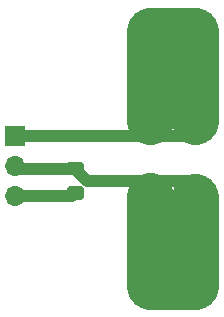
<source format=gbr>
G04 #@! TF.GenerationSoftware,KiCad,Pcbnew,(5.0.1)-rc2*
G04 #@! TF.CreationDate,2018-10-17T12:12:27+02:00*
G04 #@! TF.ProjectId,SensorV1,53656E736F7256312E6B696361645F70,rev?*
G04 #@! TF.SameCoordinates,Original*
G04 #@! TF.FileFunction,Copper,L1,Top,Signal*
G04 #@! TF.FilePolarity,Positive*
%FSLAX46Y46*%
G04 Gerber Fmt 4.6, Leading zero omitted, Abs format (unit mm)*
G04 Created by KiCad (PCBNEW (5.0.1)-rc2) date 2018-10-17 12:12:27*
%MOMM*%
%LPD*%
G01*
G04 APERTURE LIST*
G04 #@! TA.AperFunction,Conductor*
%ADD10C,0.100000*%
G04 #@! TD*
G04 #@! TA.AperFunction,SMDPad,CuDef*
%ADD11C,1.150000*%
G04 #@! TD*
G04 #@! TA.AperFunction,ComponentPad*
%ADD12R,1.700000X1.700000*%
G04 #@! TD*
G04 #@! TA.AperFunction,ComponentPad*
%ADD13O,1.700000X1.700000*%
G04 #@! TD*
G04 #@! TA.AperFunction,ViaPad*
%ADD14C,2.000000*%
G04 #@! TD*
G04 #@! TA.AperFunction,Conductor*
%ADD15C,4.000000*%
G04 #@! TD*
G04 #@! TA.AperFunction,Conductor*
%ADD16C,1.000000*%
G04 #@! TD*
G04 #@! TA.AperFunction,Conductor*
%ADD17C,0.300000*%
G04 #@! TD*
G04 APERTURE END LIST*
D10*
G04 #@! TO.N,Net-(10k1-Pad1)*
G04 #@! TO.C,10k1*
G36*
X150334505Y-73331204D02*
X150358773Y-73334804D01*
X150382572Y-73340765D01*
X150405671Y-73349030D01*
X150427850Y-73359520D01*
X150448893Y-73372132D01*
X150468599Y-73386747D01*
X150486777Y-73403223D01*
X150503253Y-73421401D01*
X150517868Y-73441107D01*
X150530480Y-73462150D01*
X150540970Y-73484329D01*
X150549235Y-73507428D01*
X150555196Y-73531227D01*
X150558796Y-73555495D01*
X150560000Y-73579999D01*
X150560000Y-74230001D01*
X150558796Y-74254505D01*
X150555196Y-74278773D01*
X150549235Y-74302572D01*
X150540970Y-74325671D01*
X150530480Y-74347850D01*
X150517868Y-74368893D01*
X150503253Y-74388599D01*
X150486777Y-74406777D01*
X150468599Y-74423253D01*
X150448893Y-74437868D01*
X150427850Y-74450480D01*
X150405671Y-74460970D01*
X150382572Y-74469235D01*
X150358773Y-74475196D01*
X150334505Y-74478796D01*
X150310001Y-74480000D01*
X149409999Y-74480000D01*
X149385495Y-74478796D01*
X149361227Y-74475196D01*
X149337428Y-74469235D01*
X149314329Y-74460970D01*
X149292150Y-74450480D01*
X149271107Y-74437868D01*
X149251401Y-74423253D01*
X149233223Y-74406777D01*
X149216747Y-74388599D01*
X149202132Y-74368893D01*
X149189520Y-74347850D01*
X149179030Y-74325671D01*
X149170765Y-74302572D01*
X149164804Y-74278773D01*
X149161204Y-74254505D01*
X149160000Y-74230001D01*
X149160000Y-73579999D01*
X149161204Y-73555495D01*
X149164804Y-73531227D01*
X149170765Y-73507428D01*
X149179030Y-73484329D01*
X149189520Y-73462150D01*
X149202132Y-73441107D01*
X149216747Y-73421401D01*
X149233223Y-73403223D01*
X149251401Y-73386747D01*
X149271107Y-73372132D01*
X149292150Y-73359520D01*
X149314329Y-73349030D01*
X149337428Y-73340765D01*
X149361227Y-73334804D01*
X149385495Y-73331204D01*
X149409999Y-73330000D01*
X150310001Y-73330000D01*
X150334505Y-73331204D01*
X150334505Y-73331204D01*
G37*
D11*
G04 #@! TD*
G04 #@! TO.P,10k1,1*
G04 #@! TO.N,Net-(10k1-Pad1)*
X149860000Y-73905000D03*
D10*
G04 #@! TO.N,Net-(10k1-Pad2)*
G04 #@! TO.C,10k1*
G36*
X150334505Y-75381204D02*
X150358773Y-75384804D01*
X150382572Y-75390765D01*
X150405671Y-75399030D01*
X150427850Y-75409520D01*
X150448893Y-75422132D01*
X150468599Y-75436747D01*
X150486777Y-75453223D01*
X150503253Y-75471401D01*
X150517868Y-75491107D01*
X150530480Y-75512150D01*
X150540970Y-75534329D01*
X150549235Y-75557428D01*
X150555196Y-75581227D01*
X150558796Y-75605495D01*
X150560000Y-75629999D01*
X150560000Y-76280001D01*
X150558796Y-76304505D01*
X150555196Y-76328773D01*
X150549235Y-76352572D01*
X150540970Y-76375671D01*
X150530480Y-76397850D01*
X150517868Y-76418893D01*
X150503253Y-76438599D01*
X150486777Y-76456777D01*
X150468599Y-76473253D01*
X150448893Y-76487868D01*
X150427850Y-76500480D01*
X150405671Y-76510970D01*
X150382572Y-76519235D01*
X150358773Y-76525196D01*
X150334505Y-76528796D01*
X150310001Y-76530000D01*
X149409999Y-76530000D01*
X149385495Y-76528796D01*
X149361227Y-76525196D01*
X149337428Y-76519235D01*
X149314329Y-76510970D01*
X149292150Y-76500480D01*
X149271107Y-76487868D01*
X149251401Y-76473253D01*
X149233223Y-76456777D01*
X149216747Y-76438599D01*
X149202132Y-76418893D01*
X149189520Y-76397850D01*
X149179030Y-76375671D01*
X149170765Y-76352572D01*
X149164804Y-76328773D01*
X149161204Y-76304505D01*
X149160000Y-76280001D01*
X149160000Y-75629999D01*
X149161204Y-75605495D01*
X149164804Y-75581227D01*
X149170765Y-75557428D01*
X149179030Y-75534329D01*
X149189520Y-75512150D01*
X149202132Y-75491107D01*
X149216747Y-75471401D01*
X149233223Y-75453223D01*
X149251401Y-75436747D01*
X149271107Y-75422132D01*
X149292150Y-75409520D01*
X149314329Y-75399030D01*
X149337428Y-75390765D01*
X149361227Y-75384804D01*
X149385495Y-75381204D01*
X149409999Y-75380000D01*
X150310001Y-75380000D01*
X150334505Y-75381204D01*
X150334505Y-75381204D01*
G37*
D11*
G04 #@! TD*
G04 #@! TO.P,10k1,2*
G04 #@! TO.N,Net-(10k1-Pad2)*
X149860000Y-75955000D03*
D12*
G04 #@! TO.P,J1,1*
G04 #@! TO.N,Net-(J1-Pad1)*
X144780000Y-71120000D03*
D13*
G04 #@! TO.P,J1,2*
G04 #@! TO.N,Net-(10k1-Pad1)*
X144780000Y-73660000D03*
G04 #@! TO.P,J1,3*
G04 #@! TO.N,Net-(10k1-Pad2)*
X144780000Y-76200000D03*
G04 #@! TD*
D12*
G04 #@! TO.P,J2,1*
G04 #@! TO.N,Net-(10k1-Pad1)*
X160020000Y-83820000D03*
D13*
G04 #@! TO.P,J2,2*
X160020000Y-81280000D03*
G04 #@! TD*
D12*
G04 #@! TO.P,J3,1*
G04 #@! TO.N,Net-(J1-Pad1)*
X160020000Y-64770000D03*
D13*
G04 #@! TO.P,J3,2*
X160020000Y-62230000D03*
G04 #@! TD*
D14*
G04 #@! TO.N,Net-(10k1-Pad1)*
X156210000Y-83820000D03*
G04 #@! TO.N,Net-(J1-Pad1)*
X156210000Y-64770000D03*
X156210000Y-62230000D03*
G04 #@! TO.N,Net-(10k1-Pad1)*
X156210000Y-81280000D03*
G04 #@! TD*
D15*
G04 #@! TO.N,Net-(J1-Pad1)*
X156210000Y-69850000D02*
X156210000Y-64770000D01*
G04 #@! TO.N,Net-(10k1-Pad1)*
X156210000Y-83820000D02*
X156210000Y-78740000D01*
X156210000Y-81280000D02*
X156210000Y-76200000D01*
D16*
X150885000Y-74930000D02*
X149860000Y-73905000D01*
X160265000Y-74930000D02*
X151130000Y-74930000D01*
D17*
X145025000Y-73905000D02*
X144780000Y-73660000D01*
D16*
X149860000Y-73905000D02*
X145025000Y-73905000D01*
D17*
X160020000Y-75175000D02*
X160265000Y-74930000D01*
D15*
X160020000Y-77715000D02*
X160020000Y-83820000D01*
X160020000Y-76322500D02*
X160020000Y-79107500D01*
D17*
X160020000Y-81280000D02*
X158660010Y-81280000D01*
X156210000Y-81280000D02*
X160020000Y-81280000D01*
D15*
X156210000Y-83820000D02*
X160020000Y-83820000D01*
D17*
G04 #@! TO.N,Net-(10k1-Pad2)*
X149615000Y-76200000D02*
X149860000Y-75955000D01*
D16*
X144780000Y-76200000D02*
X149615000Y-76200000D01*
G04 #@! TO.N,Net-(J1-Pad1)*
X160020000Y-71120000D02*
X144780000Y-71120000D01*
D17*
X160020000Y-66040000D02*
X160020000Y-64770000D01*
D15*
X160020000Y-69850000D02*
X160020000Y-64770000D01*
X160020000Y-64770000D02*
X160020000Y-62230000D01*
X156210000Y-67310000D02*
X156210000Y-62230000D01*
X156210000Y-62230000D02*
X160020000Y-62230000D01*
G04 #@! TD*
M02*

</source>
